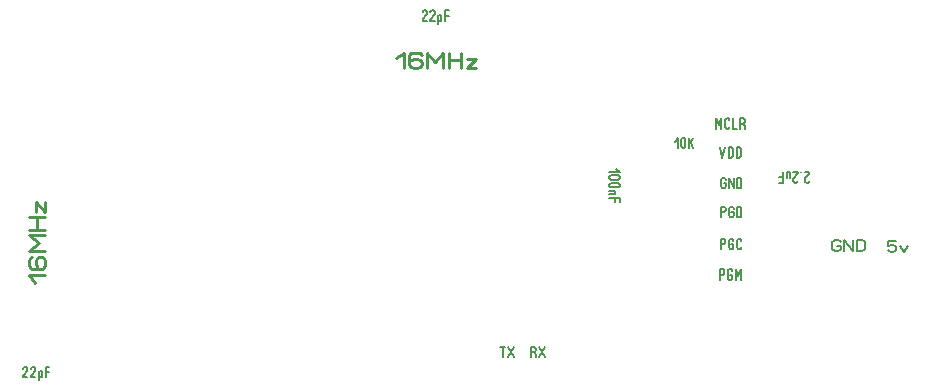
<source format=gbr>
%FSLAX34Y34*%
%MOMM*%
%LNOUTLINE*%
G71*
G01*
%ADD10C, 0.16*%
%ADD11C, 0.24*%
%ADD12C, 0.16*%
%LPD*%
G54D10*
X607622Y691681D02*
X607623Y700570D01*
X609845Y700570D01*
X610734Y700014D01*
X611178Y698903D01*
X611178Y697792D01*
X610734Y696681D01*
X609845Y696125D01*
X607622Y696125D01*
G54D10*
X616100Y696125D02*
X617878Y696125D01*
X617878Y693348D01*
X617434Y692236D01*
X616545Y691681D01*
X615656Y691681D01*
X614767Y692236D01*
X614322Y693347D01*
X614322Y698903D01*
X614767Y700014D01*
X615656Y700570D01*
X616545Y700570D01*
X617434Y700014D01*
X617878Y698903D01*
G54D10*
X621022Y691681D02*
X621022Y700570D01*
X623245Y695014D01*
X625467Y700570D01*
X625467Y691681D01*
G54D10*
X608635Y717675D02*
X608635Y726564D01*
X610857Y726563D01*
X611746Y726008D01*
X612191Y724897D01*
X612191Y723786D01*
X611746Y722675D01*
X610857Y722119D01*
X608635Y722119D01*
G54D10*
X617113Y722119D02*
X618891Y722119D01*
X618891Y719341D01*
X618446Y718230D01*
X617557Y717675D01*
X616669Y717675D01*
X615780Y718230D01*
X615335Y719342D01*
X615335Y724897D01*
X615780Y726008D01*
X616668Y726564D01*
X617557Y726564D01*
X618446Y726008D01*
X618891Y724897D01*
G54D10*
X625591Y719341D02*
X625146Y718230D01*
X624257Y717675D01*
X623368Y717675D01*
X622480Y718230D01*
X622035Y719341D01*
X622035Y724897D01*
X622480Y726008D01*
X623368Y726564D01*
X624257Y726563D01*
X625146Y726008D01*
X625591Y724897D01*
G54D10*
X608824Y744675D02*
X608824Y753564D01*
X611047Y753564D01*
X611935Y753008D01*
X612380Y751897D01*
X612380Y750786D01*
X611935Y749675D01*
X611047Y749119D01*
X608824Y749120D01*
G54D10*
X617302Y749119D02*
X619080Y749119D01*
X619080Y746342D01*
X618635Y745231D01*
X617747Y744675D01*
X616858Y744675D01*
X615969Y745230D01*
X615524Y746342D01*
X615524Y751897D01*
X615969Y753008D01*
X616858Y753564D01*
X617747Y753564D01*
X618635Y753008D01*
X619080Y751897D01*
G54D10*
X622224Y744675D02*
X622224Y753564D01*
X624446Y753564D01*
X625335Y753008D01*
X625780Y751897D01*
X625780Y746342D01*
X625335Y745230D01*
X624446Y744675D01*
X622224Y744675D01*
G54D10*
X610613Y773713D02*
X612391Y773713D01*
X612391Y770935D01*
X611946Y769824D01*
X611057Y769268D01*
X610168Y769268D01*
X609279Y769824D01*
X608835Y770935D01*
X608835Y776491D01*
X609279Y777602D01*
X610168Y778157D01*
X611057Y778157D01*
X611946Y777602D01*
X612391Y776491D01*
G54D10*
X615535Y769268D02*
X615535Y778157D01*
X619091Y769268D01*
X619091Y778157D01*
G54D10*
X622235Y769268D02*
X622235Y778157D01*
X624457Y778157D01*
X625346Y777602D01*
X625791Y776490D01*
X625791Y770935D01*
X625346Y769824D01*
X624457Y769268D01*
X622235Y769268D01*
G54D10*
X607523Y803757D02*
X609745Y794868D01*
X611967Y803757D01*
G54D10*
X615023Y794868D02*
X615023Y803757D01*
X617245Y803757D01*
X618134Y803202D01*
X618578Y802091D01*
X618578Y796535D01*
X618134Y795424D01*
X617245Y794868D01*
X615023Y794868D01*
G54D10*
X621723Y794868D02*
X621723Y803757D01*
X623945Y803757D01*
X624834Y803202D01*
X625278Y802091D01*
X625278Y796535D01*
X624834Y795424D01*
X623945Y794868D01*
X621723Y794868D01*
G54D10*
X604431Y819462D02*
X604431Y828351D01*
X606653Y822796D01*
X608875Y828351D01*
X608875Y819462D01*
G54D10*
X615486Y821129D02*
X615042Y820018D01*
X614153Y819462D01*
X613264Y819462D01*
X612375Y820018D01*
X611931Y821129D01*
X611931Y826684D01*
X612375Y827796D01*
X613264Y828351D01*
X614153Y828351D01*
X615042Y827796D01*
X615486Y826685D01*
G54D10*
X618631Y828351D02*
X618631Y819462D01*
X621742Y819462D01*
G54D10*
X626609Y823907D02*
X627942Y822796D01*
X628386Y821685D01*
X628386Y819462D01*
G54D10*
X624831Y819462D02*
X624831Y828351D01*
X627053Y828351D01*
X627942Y827796D01*
X628386Y826685D01*
X628386Y825574D01*
X627942Y824462D01*
X627053Y823907D01*
X624831Y823907D01*
G54D11*
X333159Y879178D02*
X339826Y884178D01*
X339826Y870845D01*
G54D11*
X355226Y881678D02*
X353892Y883345D01*
X351226Y884178D01*
X348559Y884178D01*
X345892Y883345D01*
X344559Y881678D01*
X344559Y877512D01*
X344559Y876678D01*
X348559Y878345D01*
X351226Y878345D01*
X353892Y877512D01*
X355226Y875845D01*
X355226Y873345D01*
X353892Y871678D01*
X351226Y870845D01*
X348559Y870845D01*
X345892Y871678D01*
X344559Y873345D01*
X344559Y877512D01*
G54D11*
X359959Y870845D02*
X359959Y884178D01*
X366626Y875845D01*
X373292Y884178D01*
X373292Y870845D01*
G54D11*
X377959Y870845D02*
X377959Y884178D01*
G54D11*
X388626Y870845D02*
X388626Y884178D01*
G54D11*
X377959Y877512D02*
X388626Y877512D01*
G54D11*
X393359Y878345D02*
X401359Y878345D01*
X393359Y870845D01*
X401359Y870845D01*
G54D10*
X519627Y785501D02*
X522960Y783279D01*
X514072Y783279D01*
G54D10*
X521294Y776645D02*
X515738Y776645D01*
X514627Y777090D01*
X514072Y777979D01*
X514072Y778868D01*
X514627Y779757D01*
X515738Y780201D01*
X521294Y780201D01*
X522405Y779757D01*
X522960Y778868D01*
X522960Y777979D01*
X522405Y777090D01*
X521294Y776645D01*
G54D10*
X521294Y769946D02*
X515738Y769946D01*
X514627Y770390D01*
X514072Y771279D01*
X514072Y772168D01*
X514627Y773057D01*
X515738Y773501D01*
X521294Y773501D01*
X522405Y773057D01*
X522960Y772168D01*
X522960Y771279D01*
X522405Y770390D01*
X521294Y769946D01*
G54D10*
X514072Y766801D02*
X519072Y766801D01*
G54D10*
X517960Y766801D02*
X518738Y766357D01*
X519072Y765468D01*
X518738Y764579D01*
X517960Y764134D01*
X514072Y764134D01*
G54D10*
X514072Y761001D02*
X522960Y761001D01*
X522960Y757890D01*
G54D10*
X518516Y761001D02*
X518516Y757890D01*
G54D10*
X359314Y910944D02*
X355758Y910944D01*
X355758Y911500D01*
X356203Y912611D01*
X358870Y915944D01*
X359314Y917055D01*
X359314Y918166D01*
X358870Y919277D01*
X357981Y919833D01*
X357092Y919833D01*
X356203Y919277D01*
X355758Y918166D01*
G54D10*
X366014Y910944D02*
X362458Y910944D01*
X362458Y911500D01*
X362903Y912611D01*
X365570Y915944D01*
X366014Y917055D01*
X366014Y918166D01*
X365570Y919278D01*
X364681Y919833D01*
X363792Y919833D01*
X362903Y919278D01*
X362458Y918166D01*
G54D10*
X369158Y915944D02*
X369158Y908722D01*
G54D10*
X369158Y912611D02*
X369603Y911166D01*
X370492Y910944D01*
X371381Y911166D01*
X371825Y912277D01*
X371825Y914500D01*
X371381Y915611D01*
X370492Y915944D01*
X369603Y915611D01*
X369158Y914278D01*
G54D10*
X374958Y910944D02*
X374958Y919833D01*
X378070Y919833D01*
G54D10*
X374958Y915388D02*
X378070Y915388D01*
G54D10*
X569444Y808763D02*
X571666Y812096D01*
X571666Y803207D01*
G54D10*
X578299Y810429D02*
X578299Y804874D01*
X577855Y803763D01*
X576966Y803207D01*
X576077Y803207D01*
X575188Y803763D01*
X574744Y804874D01*
X574744Y810429D01*
X575188Y811541D01*
X576077Y812096D01*
X576966Y812096D01*
X577855Y811541D01*
X578299Y810429D01*
G54D10*
X581444Y803207D02*
X581444Y812096D01*
G54D10*
X581444Y805985D02*
X584999Y812096D01*
G54D10*
X582777Y807652D02*
X584999Y803207D01*
G54D10*
X423488Y626072D02*
X423488Y634960D01*
G54D10*
X421711Y634960D02*
X425266Y634960D01*
G54D10*
X428411Y634960D02*
X432855Y626072D01*
G54D10*
X428411Y626072D02*
X432855Y634960D01*
G54D10*
X449719Y630473D02*
X451052Y629362D01*
X451497Y628251D01*
X451497Y626028D01*
G54D10*
X447941Y626028D02*
X447941Y634917D01*
X450164Y634917D01*
X451052Y634362D01*
X451497Y633251D01*
X451497Y632140D01*
X451052Y631028D01*
X450164Y630473D01*
X447941Y630473D01*
G54D10*
X454641Y634917D02*
X459086Y626028D01*
G54D10*
X454641Y626028D02*
X459086Y634917D01*
G54D11*
X27576Y689356D02*
X22576Y696023D01*
X35910Y696023D01*
G54D11*
X25076Y711423D02*
X23410Y710089D01*
X22576Y707423D01*
X22576Y704756D01*
X23410Y702089D01*
X25076Y700756D01*
X29243Y700756D01*
X30076Y700756D01*
X28410Y704756D01*
X28410Y707423D01*
X29243Y710089D01*
X30910Y711423D01*
X33410Y711423D01*
X35076Y710089D01*
X35910Y707423D01*
X35910Y704756D01*
X35076Y702089D01*
X33410Y700756D01*
X29243Y700756D01*
G54D11*
X35910Y716156D02*
X22576Y716156D01*
X30910Y722823D01*
X22576Y729489D01*
X35910Y729489D01*
G54D11*
X35910Y734156D02*
X22576Y734156D01*
G54D11*
X35910Y744823D02*
X22576Y744823D01*
G54D11*
X29243Y734156D02*
X29243Y744823D01*
G54D11*
X28410Y749556D02*
X28410Y757556D01*
X35910Y749556D01*
X35910Y757556D01*
G54D10*
X21176Y609319D02*
X17621Y609319D01*
X17621Y609875D01*
X18065Y610986D01*
X20732Y614319D01*
X21176Y615430D01*
X21176Y616541D01*
X20732Y617652D01*
X19843Y618208D01*
X18954Y618208D01*
X18065Y617652D01*
X17621Y616541D01*
G54D10*
X27876Y609319D02*
X24321Y609319D01*
X24321Y609875D01*
X24765Y610986D01*
X27432Y614319D01*
X27876Y615430D01*
X27876Y616541D01*
X27432Y617653D01*
X26543Y618208D01*
X25654Y618208D01*
X24765Y617653D01*
X24321Y616541D01*
G54D10*
X31021Y614319D02*
X31021Y607097D01*
G54D10*
X31021Y610986D02*
X31465Y609541D01*
X32354Y609319D01*
X33243Y609541D01*
X33688Y610652D01*
X33688Y612875D01*
X33243Y613986D01*
X32354Y614319D01*
X31465Y613986D01*
X31021Y612653D01*
G54D10*
X36821Y609319D02*
X36821Y618208D01*
X39932Y618208D01*
G54D10*
X36821Y613764D02*
X39932Y613764D01*
G54D10*
X679562Y782944D02*
X683117Y782944D01*
X683117Y782388D01*
X682673Y781277D01*
X680006Y777944D01*
X679561Y776833D01*
X679562Y775722D01*
X680006Y774611D01*
X680895Y774055D01*
X681784Y774055D01*
X682673Y774611D01*
X683117Y775722D01*
G54D10*
X676417Y782944D02*
X676417Y782944D01*
G54D10*
X669762Y782944D02*
X673317Y782944D01*
X673317Y782388D01*
X672873Y781277D01*
X670206Y777944D01*
X669762Y776833D01*
X669762Y775722D01*
X670206Y774611D01*
X671095Y774055D01*
X671984Y774055D01*
X672873Y774611D01*
X673317Y775722D01*
G54D10*
X663951Y777944D02*
X663951Y782944D01*
G54D10*
X663951Y781833D02*
X664395Y782722D01*
X665284Y782944D01*
X666173Y782722D01*
X666617Y781833D01*
X666617Y777944D01*
G54D10*
X660817Y782944D02*
X660817Y774055D01*
X657706Y774055D01*
G54D10*
X660817Y778500D02*
X657706Y778500D01*
G54D12*
X706373Y720766D02*
X709929Y720766D01*
X709929Y717988D01*
X709040Y716877D01*
X707262Y716321D01*
X705484Y716321D01*
X703707Y716877D01*
X702818Y717988D01*
X702818Y723543D01*
X703707Y724654D01*
X705484Y725210D01*
X707262Y725210D01*
X709040Y724654D01*
X709929Y723543D01*
G54D12*
X713040Y716321D02*
X713040Y725210D01*
X720151Y716321D01*
X720151Y725210D01*
G54D12*
X723262Y716321D02*
X723262Y725210D01*
X727706Y725210D01*
X729484Y724654D01*
X730373Y723543D01*
X730373Y717988D01*
X729484Y716877D01*
X727706Y716321D01*
X723262Y716321D01*
G54D12*
X756951Y724416D02*
X749840Y724416D01*
X749840Y720527D01*
X750729Y720527D01*
X752507Y721082D01*
X754285Y721082D01*
X756063Y720527D01*
X756951Y719416D01*
X756951Y717193D01*
X756063Y716082D01*
X754285Y715527D01*
X752507Y715527D01*
X750729Y716082D01*
X749840Y717193D01*
G54D12*
X760062Y720527D02*
X763618Y715527D01*
X767173Y720527D01*
M02*

</source>
